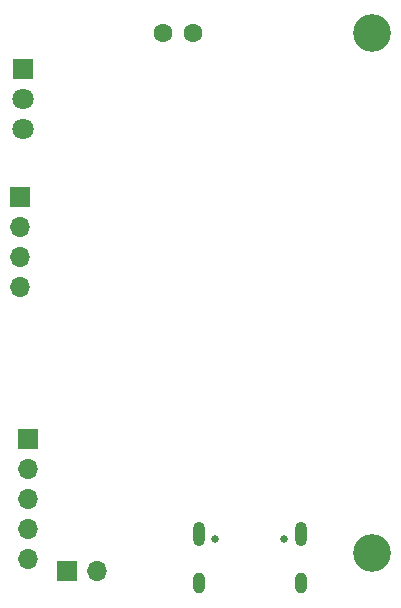
<source format=gbr>
%TF.GenerationSoftware,KiCad,Pcbnew,(6.0.0)*%
%TF.CreationDate,2022-08-07T09:38:38+08:00*%
%TF.ProjectId,ESP_Remote_Bat,4553505f-5265-46d6-9f74-655f4261742e,rev?*%
%TF.SameCoordinates,Original*%
%TF.FileFunction,Soldermask,Bot*%
%TF.FilePolarity,Negative*%
%FSLAX46Y46*%
G04 Gerber Fmt 4.6, Leading zero omitted, Abs format (unit mm)*
G04 Created by KiCad (PCBNEW (6.0.0)) date 2022-08-07 09:38:38*
%MOMM*%
%LPD*%
G01*
G04 APERTURE LIST*
%ADD10C,3.200000*%
%ADD11R,1.700000X1.700000*%
%ADD12O,1.700000X1.700000*%
%ADD13C,0.650000*%
%ADD14O,1.000000X2.100000*%
%ADD15O,1.000000X1.800000*%
%ADD16C,1.600000*%
%ADD17R,1.800000X1.800000*%
%ADD18C,1.800000*%
G04 APERTURE END LIST*
D10*
%TO.C,H2*%
X144000000Y-70000000D03*
%TD*%
%TO.C,H1*%
X144000000Y-114000000D03*
%TD*%
D11*
%TO.C,J3*%
X114125000Y-83900000D03*
D12*
X114125000Y-86440000D03*
X114125000Y-88980000D03*
X114125000Y-91520000D03*
%TD*%
D13*
%TO.C,U1*%
X130700000Y-112852500D03*
X136490000Y-112852500D03*
D14*
X129280000Y-112352500D03*
X137920000Y-112352500D03*
D15*
X137920000Y-116532500D03*
X129280000Y-116532500D03*
%TD*%
D11*
%TO.C,J1*%
X114800000Y-104325000D03*
D12*
X114800000Y-106865000D03*
X114800000Y-109405000D03*
X114800000Y-111945000D03*
X114800000Y-114485000D03*
%TD*%
D16*
%TO.C,IR2*%
X126230000Y-70000000D03*
X128770000Y-70000000D03*
%TD*%
D11*
%TO.C,J2*%
X118125000Y-115500000D03*
D12*
X120665000Y-115500000D03*
%TD*%
D17*
%TO.C,IR1*%
X114394511Y-73060000D03*
D18*
X114394511Y-75600000D03*
X114394511Y-78140000D03*
%TD*%
M02*

</source>
